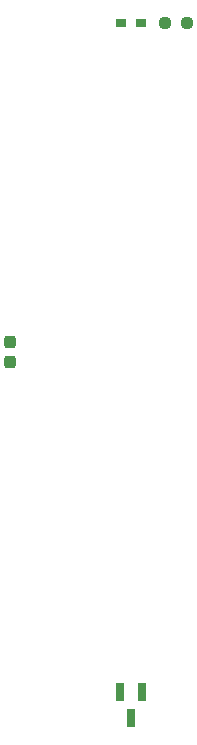
<source format=gbr>
G04 #@! TF.GenerationSoftware,KiCad,Pcbnew,8.0.4+dfsg-1*
G04 #@! TF.CreationDate,2024-12-10T11:11:48+09:00*
G04 #@! TF.ProjectId,bionic-z80,62696f6e-6963-42d7-9a38-302e6b696361,3*
G04 #@! TF.SameCoordinates,Original*
G04 #@! TF.FileFunction,Paste,Top*
G04 #@! TF.FilePolarity,Positive*
%FSLAX46Y46*%
G04 Gerber Fmt 4.6, Leading zero omitted, Abs format (unit mm)*
G04 Created by KiCad (PCBNEW 8.0.4+dfsg-1) date 2024-12-10 11:11:48*
%MOMM*%
%LPD*%
G01*
G04 APERTURE LIST*
G04 Aperture macros list*
%AMRoundRect*
0 Rectangle with rounded corners*
0 $1 Rounding radius*
0 $2 $3 $4 $5 $6 $7 $8 $9 X,Y pos of 4 corners*
0 Add a 4 corners polygon primitive as box body*
4,1,4,$2,$3,$4,$5,$6,$7,$8,$9,$2,$3,0*
0 Add four circle primitives for the rounded corners*
1,1,$1+$1,$2,$3*
1,1,$1+$1,$4,$5*
1,1,$1+$1,$6,$7*
1,1,$1+$1,$8,$9*
0 Add four rect primitives between the rounded corners*
20,1,$1+$1,$2,$3,$4,$5,0*
20,1,$1+$1,$4,$5,$6,$7,0*
20,1,$1+$1,$6,$7,$8,$9,0*
20,1,$1+$1,$8,$9,$2,$3,0*%
G04 Aperture macros list end*
%ADD10R,0.965200X0.762000*%
%ADD11RoundRect,0.237500X-0.250000X-0.237500X0.250000X-0.237500X0.250000X0.237500X-0.250000X0.237500X0*%
%ADD12RoundRect,0.237500X0.237500X-0.300000X0.237500X0.300000X-0.237500X0.300000X-0.237500X-0.300000X0*%
%ADD13R,0.660400X1.625600*%
G04 APERTURE END LIST*
D10*
X114576300Y-71778000D03*
X112823700Y-71778000D03*
D11*
X116597500Y-71778000D03*
X118422500Y-71778000D03*
D12*
X103489200Y-100478900D03*
X103489200Y-98753900D03*
D13*
X114650001Y-128447000D03*
X112749999Y-128447000D03*
X113700000Y-130579000D03*
M02*

</source>
